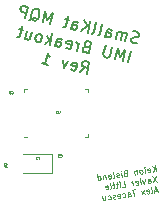
<source format=gbr>
G04 #@! TF.GenerationSoftware,KiCad,Pcbnew,5.0.1-33cea8e~67~ubuntu16.04.1*
G04 #@! TF.CreationDate,2018-10-18T10:52:16-04:00*
G04 #@! TF.ProjectId,IMU Breakout,494D5520427265616B6F75742E6B6963,rev?*
G04 #@! TF.SameCoordinates,Original*
G04 #@! TF.FileFunction,Legend,Bot*
G04 #@! TF.FilePolarity,Positive*
%FSLAX46Y46*%
G04 Gerber Fmt 4.6, Leading zero omitted, Abs format (unit mm)*
G04 Created by KiCad (PCBNEW 5.0.1-33cea8e~67~ubuntu16.04.1) date Thu 18 Oct 2018 10:52:16 AM EDT*
%MOMM*%
%LPD*%
G01*
G04 APERTURE LIST*
%ADD10C,0.125000*%
%ADD11C,0.200000*%
%ADD12C,0.120000*%
%ADD13C,0.025000*%
G04 APERTURE END LIST*
D10*
X18491327Y-14942304D02*
X18415697Y-14448057D01*
X18208900Y-14985521D02*
X18377503Y-14670682D01*
X18133270Y-14491275D02*
X18458914Y-14730484D01*
X17805194Y-15023211D02*
X17855867Y-15039543D01*
X17950009Y-15025137D01*
X17993479Y-14994399D01*
X18009811Y-14943726D01*
X17981000Y-14755442D01*
X17950261Y-14711972D01*
X17899589Y-14695639D01*
X17805447Y-14710045D01*
X17761977Y-14740784D01*
X17745644Y-14791456D01*
X17752847Y-14838527D01*
X17995406Y-14849584D01*
X17573440Y-15082761D02*
X17523020Y-14753263D01*
X17497810Y-14588514D02*
X17524947Y-14608448D01*
X17505012Y-14635585D01*
X17477875Y-14615651D01*
X17497810Y-14588514D01*
X17505012Y-14635585D01*
X17267478Y-15129579D02*
X17310947Y-15098841D01*
X17330881Y-15071704D01*
X17347214Y-15021031D01*
X17325605Y-14879818D01*
X17294867Y-14836348D01*
X17267730Y-14816414D01*
X17217057Y-14800081D01*
X17146451Y-14810886D01*
X17102981Y-14841624D01*
X17083047Y-14868761D01*
X17066714Y-14919434D01*
X17088323Y-15060647D01*
X17119061Y-15104117D01*
X17146198Y-15124051D01*
X17196871Y-15140384D01*
X17267478Y-15129579D01*
X16840488Y-14857705D02*
X16890909Y-15187203D01*
X16847691Y-14904776D02*
X16820554Y-14884842D01*
X16769882Y-14868509D01*
X16699275Y-14879313D01*
X16655805Y-14910052D01*
X16639472Y-14960724D01*
X16679088Y-15219616D01*
X15862799Y-15079572D02*
X15795793Y-15113912D01*
X15775859Y-15141049D01*
X15759527Y-15191722D01*
X15770331Y-15262328D01*
X15801069Y-15305798D01*
X15828206Y-15325732D01*
X15878879Y-15342065D01*
X16067164Y-15313253D01*
X15991533Y-14819006D01*
X15826784Y-14844216D01*
X15783315Y-14874955D01*
X15763380Y-14902092D01*
X15747048Y-14952764D01*
X15754251Y-14999836D01*
X15784989Y-15043305D01*
X15812126Y-15063239D01*
X15862799Y-15079572D01*
X16027548Y-15054362D01*
X15572917Y-15388884D02*
X15522496Y-15059386D01*
X15497286Y-14894637D02*
X15524423Y-14914571D01*
X15504489Y-14941708D01*
X15477352Y-14921774D01*
X15497286Y-14894637D01*
X15504489Y-14941708D01*
X15357495Y-15397761D02*
X15314025Y-15428500D01*
X15219883Y-15442905D01*
X15169211Y-15426573D01*
X15138472Y-15383103D01*
X15134871Y-15359567D01*
X15151203Y-15308895D01*
X15194673Y-15278156D01*
X15265280Y-15267352D01*
X15308749Y-15236614D01*
X15325082Y-15185941D01*
X15321481Y-15162405D01*
X15290742Y-15118936D01*
X15240070Y-15102603D01*
X15169463Y-15113407D01*
X15125993Y-15144146D01*
X14866850Y-15496927D02*
X14910319Y-15466189D01*
X14926652Y-15415516D01*
X14861826Y-14991876D01*
X14466745Y-15558152D02*
X14427129Y-15299260D01*
X14443462Y-15248588D01*
X14486931Y-15217849D01*
X14581074Y-15203444D01*
X14631746Y-15219776D01*
X14463143Y-15534616D02*
X14513816Y-15550949D01*
X14631494Y-15532942D01*
X14674964Y-15502203D01*
X14691296Y-15451531D01*
X14684093Y-15404459D01*
X14653355Y-15360990D01*
X14602682Y-15344657D01*
X14485004Y-15362664D01*
X14434332Y-15346332D01*
X14180969Y-15264668D02*
X14231389Y-15594166D01*
X14188172Y-15311739D02*
X14161035Y-15291805D01*
X14110362Y-15275473D01*
X14039756Y-15286277D01*
X13996286Y-15317015D01*
X13979953Y-15367688D01*
X14019569Y-15626579D01*
X13572393Y-15695007D02*
X13496763Y-15200760D01*
X13568792Y-15671471D02*
X13619464Y-15687804D01*
X13713607Y-15673398D01*
X13757076Y-15642660D01*
X13777011Y-15615523D01*
X13793343Y-15564850D01*
X13771735Y-15423637D01*
X13740996Y-15380167D01*
X13713859Y-15360233D01*
X13663186Y-15343900D01*
X13569044Y-15358306D01*
X13525574Y-15389044D01*
X18465675Y-15325594D02*
X18211808Y-15870261D01*
X18136177Y-15376014D02*
X18541306Y-15819841D01*
X17811703Y-15931486D02*
X17772087Y-15672595D01*
X17788420Y-15621922D01*
X17831890Y-15591184D01*
X17926032Y-15576778D01*
X17976704Y-15593111D01*
X17808102Y-15907950D02*
X17858774Y-15924283D01*
X17976452Y-15906276D01*
X18019922Y-15875537D01*
X18036254Y-15824865D01*
X18029052Y-15777794D01*
X17998313Y-15734324D01*
X17947640Y-15717991D01*
X17829963Y-15735999D01*
X17779290Y-15719666D01*
X17572998Y-15630800D02*
X17505741Y-15978305D01*
X17337643Y-15666814D01*
X17199778Y-16025124D02*
X17149358Y-15695626D01*
X17124148Y-15530877D02*
X17151285Y-15550811D01*
X17131351Y-15577948D01*
X17104214Y-15558014D01*
X17124148Y-15530877D01*
X17131351Y-15577948D01*
X16772537Y-16066414D02*
X16823209Y-16082747D01*
X16917351Y-16068341D01*
X16960821Y-16037603D01*
X16977154Y-15986930D01*
X16948342Y-15798645D01*
X16917604Y-15755176D01*
X16866931Y-15738843D01*
X16772789Y-15753249D01*
X16729319Y-15783987D01*
X16712987Y-15834660D01*
X16720189Y-15881731D01*
X16962748Y-15892788D01*
X16540782Y-16125964D02*
X16490362Y-15796466D01*
X16504768Y-15890609D02*
X16474029Y-15847139D01*
X16446892Y-15827205D01*
X16396220Y-15810872D01*
X16349149Y-15818075D01*
X15622895Y-16266421D02*
X15858251Y-16230406D01*
X15782620Y-15736159D01*
X15458146Y-16291631D02*
X15407726Y-15962133D01*
X15382516Y-15797384D02*
X15409653Y-15817318D01*
X15389719Y-15844455D01*
X15362582Y-15824521D01*
X15382516Y-15797384D01*
X15389719Y-15844455D01*
X15242977Y-15987343D02*
X15054692Y-16016155D01*
X15147160Y-15833398D02*
X15211986Y-16257039D01*
X15195653Y-16307711D01*
X15152184Y-16338450D01*
X15105113Y-16345653D01*
X14960550Y-16030560D02*
X14772266Y-16059372D01*
X14864733Y-15876616D02*
X14929559Y-16300256D01*
X14913227Y-16350929D01*
X14869757Y-16381667D01*
X14822686Y-16388870D01*
X14587330Y-16424884D02*
X14630800Y-16394146D01*
X14647133Y-16343473D01*
X14582306Y-15919833D01*
X14207160Y-16458972D02*
X14257832Y-16475305D01*
X14351974Y-16460899D01*
X14395444Y-16430160D01*
X14411777Y-16379488D01*
X14382965Y-16191203D01*
X14352227Y-16147734D01*
X14301554Y-16131401D01*
X14207412Y-16145807D01*
X14163942Y-16176545D01*
X14147610Y-16227218D01*
X14154812Y-16274289D01*
X14397371Y-16285346D01*
X18593211Y-16552563D02*
X18357855Y-16588578D01*
X18661891Y-16686574D02*
X18421512Y-16217537D01*
X18332393Y-16736994D01*
X18097037Y-16773009D02*
X18140507Y-16742270D01*
X18156840Y-16691598D01*
X18092014Y-16267957D01*
X17716867Y-16807096D02*
X17767539Y-16823429D01*
X17861682Y-16809023D01*
X17905151Y-16778285D01*
X17921484Y-16727612D01*
X17892672Y-16539328D01*
X17861934Y-16495858D01*
X17811261Y-16479525D01*
X17717119Y-16493931D01*
X17673649Y-16524669D01*
X17657317Y-16575342D01*
X17664520Y-16622413D01*
X17907078Y-16633470D01*
X17532184Y-16859443D02*
X17222872Y-16569561D01*
X17481763Y-16529945D02*
X17273292Y-16899059D01*
X16703415Y-16480443D02*
X16420988Y-16523660D01*
X16637832Y-16996298D02*
X16562202Y-16502051D01*
X16120049Y-17075530D02*
X16080434Y-16816639D01*
X16096766Y-16765966D01*
X16140236Y-16735228D01*
X16234378Y-16720822D01*
X16285051Y-16737155D01*
X16116448Y-17051995D02*
X16167121Y-17068327D01*
X16284798Y-17050320D01*
X16328268Y-17019582D01*
X16344601Y-16968909D01*
X16337398Y-16921838D01*
X16306659Y-16878368D01*
X16255987Y-16862036D01*
X16138309Y-16880043D01*
X16087636Y-16863710D01*
X15669272Y-17120422D02*
X15719945Y-17136755D01*
X15814087Y-17122349D01*
X15857557Y-17091611D01*
X15877491Y-17064474D01*
X15893824Y-17013801D01*
X15872215Y-16872588D01*
X15841476Y-16829118D01*
X15814339Y-16809184D01*
X15763667Y-16792851D01*
X15669525Y-16807257D01*
X15626055Y-16837995D01*
X15269168Y-17181647D02*
X15319840Y-17197979D01*
X15413982Y-17183574D01*
X15457452Y-17152835D01*
X15473785Y-17102163D01*
X15444973Y-16913878D01*
X15414235Y-16870408D01*
X15363562Y-16854076D01*
X15269420Y-16868482D01*
X15225950Y-16899220D01*
X15209618Y-16949893D01*
X15216820Y-16996964D01*
X15459379Y-17008020D01*
X15057347Y-17214060D02*
X15013878Y-17244798D01*
X14919735Y-17259204D01*
X14869063Y-17242871D01*
X14838324Y-17199402D01*
X14834723Y-17175866D01*
X14851056Y-17125194D01*
X14894525Y-17094455D01*
X14965132Y-17083651D01*
X15008602Y-17052912D01*
X15024934Y-17002240D01*
X15021333Y-16978704D01*
X14990595Y-16935234D01*
X14939922Y-16918902D01*
X14869315Y-16929706D01*
X14825846Y-16960445D01*
X14421887Y-17311299D02*
X14472560Y-17327632D01*
X14566702Y-17313226D01*
X14610172Y-17282487D01*
X14630106Y-17255350D01*
X14646438Y-17204678D01*
X14624830Y-17063464D01*
X14594091Y-17019995D01*
X14566954Y-17000061D01*
X14516282Y-16983728D01*
X14422139Y-16998134D01*
X14378670Y-17028872D01*
X13951428Y-17070163D02*
X14001848Y-17399661D01*
X14163248Y-17037750D02*
X14202864Y-17296641D01*
X14186531Y-17347313D01*
X14143062Y-17378052D01*
X14072455Y-17388856D01*
X14021782Y-17372524D01*
X13994645Y-17352589D01*
D11*
X16883496Y-4100741D02*
X16733639Y-4115526D01*
X16501461Y-4062777D01*
X16419140Y-3995241D01*
X16383254Y-3938256D01*
X16357918Y-3834834D01*
X16379018Y-3741963D01*
X16446553Y-3659642D01*
X16503539Y-3623756D01*
X16606960Y-3598420D01*
X16803253Y-3594184D01*
X16906674Y-3568848D01*
X16963660Y-3532962D01*
X17031195Y-3450641D01*
X17052295Y-3357770D01*
X17026959Y-3254348D01*
X16991074Y-3197363D01*
X16908752Y-3129827D01*
X16676574Y-3077077D01*
X16526717Y-3091863D01*
X15897797Y-3925628D02*
X16045496Y-3275528D01*
X16024396Y-3368399D02*
X15988511Y-3311414D01*
X15906189Y-3243878D01*
X15766882Y-3212229D01*
X15663461Y-3237564D01*
X15595925Y-3319886D01*
X15479876Y-3830678D01*
X15595925Y-3319886D02*
X15570589Y-3216465D01*
X15488268Y-3148929D01*
X15348961Y-3117279D01*
X15245540Y-3142615D01*
X15178004Y-3224936D01*
X15061955Y-3735729D01*
X14179677Y-3535280D02*
X14295726Y-3024488D01*
X14363262Y-2942166D01*
X14466683Y-2916831D01*
X14652426Y-2959030D01*
X14734747Y-3026566D01*
X14190227Y-3488845D02*
X14272548Y-3556380D01*
X14504727Y-3609130D01*
X14608148Y-3583794D01*
X14675683Y-3501473D01*
X14696783Y-3408601D01*
X14671447Y-3305180D01*
X14589126Y-3237644D01*
X14356948Y-3184895D01*
X14274626Y-3117359D01*
X13576013Y-3398131D02*
X13679434Y-3372795D01*
X13746970Y-3290474D01*
X13936868Y-2454632D01*
X13065220Y-3282082D02*
X13168642Y-3256746D01*
X13236177Y-3174425D01*
X13426076Y-2338582D01*
X12693735Y-3197683D02*
X12915283Y-2222533D01*
X12136507Y-3071083D02*
X12681027Y-2608805D01*
X12358055Y-2095934D02*
X12788684Y-2779761D01*
X11300664Y-2881185D02*
X11416714Y-2370392D01*
X11484249Y-2288071D01*
X11587670Y-2262735D01*
X11773413Y-2304935D01*
X11855735Y-2372470D01*
X11311214Y-2834749D02*
X11393536Y-2902285D01*
X11625714Y-2955034D01*
X11729136Y-2929698D01*
X11796671Y-2847377D01*
X11817771Y-2754506D01*
X11792435Y-2651084D01*
X11710114Y-2583549D01*
X11477935Y-2530799D01*
X11395614Y-2463264D01*
X11123314Y-2157236D02*
X10751828Y-2072836D01*
X11057856Y-1800536D02*
X10867957Y-2636378D01*
X10800422Y-2718700D01*
X10697001Y-2744036D01*
X10604129Y-2722936D01*
X9536108Y-2480287D02*
X9757657Y-1505138D01*
X9274358Y-2127824D01*
X9107557Y-1357439D01*
X8886009Y-2332588D01*
X7750453Y-2172262D02*
X7853874Y-2146926D01*
X7967845Y-2075154D01*
X8138802Y-1967497D01*
X8242223Y-1942161D01*
X8335095Y-1963261D01*
X8235909Y-2184890D02*
X8339331Y-2159554D01*
X8453302Y-2087782D01*
X8541937Y-1912589D01*
X8615787Y-1587540D01*
X8611551Y-1391247D01*
X8539779Y-1277276D01*
X8457458Y-1209740D01*
X8271715Y-1167540D01*
X8168294Y-1192876D01*
X8054323Y-1264648D01*
X7965687Y-1439841D01*
X7891838Y-1764890D01*
X7896074Y-1961183D01*
X7967845Y-2075154D01*
X8050167Y-2142690D01*
X8235909Y-2184890D01*
X7400067Y-1994991D02*
X7621616Y-1019841D01*
X7250130Y-935442D01*
X7146709Y-960778D01*
X7089723Y-996664D01*
X7022188Y-1078985D01*
X6990538Y-1218292D01*
X7015874Y-1321713D01*
X7051759Y-1378699D01*
X7134081Y-1446235D01*
X7505566Y-1530634D01*
X16124829Y-5720531D02*
X16346377Y-4745381D01*
X15660472Y-5615031D02*
X15882021Y-4639882D01*
X15398722Y-5262568D01*
X15231921Y-4492183D01*
X15010373Y-5467332D01*
X14767564Y-4386684D02*
X14588215Y-5176090D01*
X14520680Y-5258412D01*
X14463694Y-5294298D01*
X14360273Y-5319633D01*
X14174530Y-5277434D01*
X14092209Y-5209898D01*
X14056323Y-5152913D01*
X14030987Y-5049491D01*
X14210336Y-4260085D01*
X12572459Y-4376294D02*
X12422602Y-4391080D01*
X12365617Y-4426966D01*
X12298081Y-4509287D01*
X12266431Y-4648594D01*
X12291767Y-4752015D01*
X12327653Y-4809001D01*
X12409974Y-4876536D01*
X12781460Y-4960936D01*
X13003008Y-3985787D01*
X12677958Y-3911937D01*
X12574537Y-3937273D01*
X12517552Y-3973159D01*
X12450016Y-4055480D01*
X12428916Y-4148351D01*
X12454252Y-4251773D01*
X12490138Y-4308758D01*
X12572459Y-4376294D01*
X12897509Y-4450143D01*
X11806310Y-4739387D02*
X11954009Y-4089288D01*
X11911810Y-4275031D02*
X11886474Y-4171609D01*
X11850588Y-4114624D01*
X11768267Y-4047088D01*
X11675395Y-4025988D01*
X10841711Y-4471403D02*
X10924032Y-4538939D01*
X11109775Y-4581138D01*
X11213196Y-4555803D01*
X11280732Y-4473481D01*
X11365131Y-4101996D01*
X11339796Y-3998574D01*
X11257474Y-3931039D01*
X11071731Y-3888839D01*
X10968310Y-3914175D01*
X10900775Y-3996496D01*
X10879675Y-4089368D01*
X11322932Y-4287738D01*
X9948883Y-4317390D02*
X10064932Y-3806598D01*
X10132468Y-3724276D01*
X10235889Y-3698940D01*
X10421632Y-3741140D01*
X10503953Y-3808676D01*
X9959433Y-4270955D02*
X10041754Y-4338490D01*
X10273933Y-4391240D01*
X10377354Y-4365904D01*
X10444890Y-4283583D01*
X10465990Y-4190711D01*
X10440654Y-4087290D01*
X10358332Y-4019754D01*
X10126154Y-3967005D01*
X10043832Y-3899469D01*
X9484526Y-4211891D02*
X9706075Y-3236742D01*
X9476054Y-3819306D02*
X9113041Y-4127492D01*
X9260740Y-3477392D02*
X9547826Y-3933277D01*
X8555813Y-4000892D02*
X8659234Y-3975557D01*
X8716219Y-3939671D01*
X8783755Y-3857349D01*
X8847055Y-3578735D01*
X8821719Y-3475314D01*
X8785833Y-3418328D01*
X8703512Y-3350793D01*
X8564205Y-3319143D01*
X8460783Y-3344479D01*
X8403798Y-3380365D01*
X8336262Y-3462686D01*
X8272963Y-3741300D01*
X8298298Y-3844721D01*
X8334184Y-3901707D01*
X8416506Y-3969243D01*
X8555813Y-4000892D01*
X7542619Y-3087045D02*
X7394920Y-3737144D01*
X7960541Y-3181994D02*
X7844491Y-3692787D01*
X7776956Y-3775108D01*
X7673535Y-3800444D01*
X7534228Y-3768794D01*
X7451906Y-3701258D01*
X7416020Y-3644273D01*
X7217570Y-3013195D02*
X6846084Y-2928796D01*
X7152112Y-2656496D02*
X6962213Y-3492338D01*
X6894678Y-3574659D01*
X6791257Y-3599995D01*
X6698385Y-3578895D01*
X12056560Y-6539565D02*
X12487109Y-6149058D01*
X12613788Y-6666165D02*
X12835337Y-5691015D01*
X12463851Y-5606616D01*
X12360430Y-5631952D01*
X12303444Y-5667837D01*
X12235909Y-5750159D01*
X12204259Y-5889466D01*
X12229595Y-5992887D01*
X12265481Y-6049873D01*
X12347802Y-6117408D01*
X12719288Y-6201808D01*
X11277703Y-6313781D02*
X11360025Y-6381317D01*
X11545768Y-6423516D01*
X11649189Y-6398180D01*
X11716724Y-6315859D01*
X11801124Y-5944374D01*
X11775788Y-5840952D01*
X11693467Y-5773417D01*
X11507724Y-5731217D01*
X11404303Y-5756553D01*
X11336767Y-5838874D01*
X11315667Y-5931746D01*
X11758924Y-6130116D01*
X11043367Y-5625718D02*
X10663490Y-6223068D01*
X10579010Y-5520218D01*
X8806062Y-5801070D02*
X9363291Y-5927670D01*
X9084676Y-5864370D02*
X9306225Y-4889221D01*
X9367446Y-5049628D01*
X9439218Y-5163599D01*
X9521539Y-5231134D01*
D12*
G04 #@! TO.C,U2*
X12710000Y-12010000D02*
X12710000Y-11750000D01*
X12710000Y-12010000D02*
X12450000Y-12010000D01*
X12710000Y-7990000D02*
X12710000Y-8250000D01*
X12710000Y-7990000D02*
X12450000Y-7990000D01*
X7290000Y-12010000D02*
X7550000Y-12010000D01*
X7290000Y-7990000D02*
X7290000Y-8250000D01*
X7290000Y-7990000D02*
X7550000Y-7990000D01*
G04 #@! TO.C,Y2*
X7244000Y-13466000D02*
X9644000Y-13466000D01*
X9644000Y-13466000D02*
X9644000Y-15066000D01*
X9644000Y-15066000D02*
X7244000Y-15066000D01*
G04 #@! TO.C,C3*
D13*
X10393333Y-13691428D02*
X10402857Y-13700952D01*
X10431428Y-13710476D01*
X10450476Y-13710476D01*
X10479047Y-13700952D01*
X10498095Y-13681904D01*
X10507619Y-13662857D01*
X10517142Y-13624761D01*
X10517142Y-13596190D01*
X10507619Y-13558095D01*
X10498095Y-13539047D01*
X10479047Y-13520000D01*
X10450476Y-13510476D01*
X10431428Y-13510476D01*
X10402857Y-13520000D01*
X10393333Y-13529523D01*
X10326666Y-13510476D02*
X10202857Y-13510476D01*
X10269523Y-13586666D01*
X10240952Y-13586666D01*
X10221904Y-13596190D01*
X10212380Y-13605714D01*
X10202857Y-13624761D01*
X10202857Y-13672380D01*
X10212380Y-13691428D01*
X10221904Y-13700952D01*
X10240952Y-13710476D01*
X10298095Y-13710476D01*
X10317142Y-13700952D01*
X10326666Y-13691428D01*
G04 #@! TO.C,C4*
X5805428Y-14366666D02*
X5814952Y-14357142D01*
X5824476Y-14328571D01*
X5824476Y-14309523D01*
X5814952Y-14280952D01*
X5795904Y-14261904D01*
X5776857Y-14252380D01*
X5738761Y-14242857D01*
X5710190Y-14242857D01*
X5672095Y-14252380D01*
X5653047Y-14261904D01*
X5634000Y-14280952D01*
X5624476Y-14309523D01*
X5624476Y-14328571D01*
X5634000Y-14357142D01*
X5643523Y-14366666D01*
X5691142Y-14538095D02*
X5824476Y-14538095D01*
X5614952Y-14490476D02*
X5757809Y-14442857D01*
X5757809Y-14566666D01*
G04 #@! TO.C,C5*
X6233333Y-8341428D02*
X6242857Y-8350952D01*
X6271428Y-8360476D01*
X6290476Y-8360476D01*
X6319047Y-8350952D01*
X6338095Y-8331904D01*
X6347619Y-8312857D01*
X6357142Y-8274761D01*
X6357142Y-8246190D01*
X6347619Y-8208095D01*
X6338095Y-8189047D01*
X6319047Y-8170000D01*
X6290476Y-8160476D01*
X6271428Y-8160476D01*
X6242857Y-8170000D01*
X6233333Y-8179523D01*
X6052380Y-8160476D02*
X6147619Y-8160476D01*
X6157142Y-8255714D01*
X6147619Y-8246190D01*
X6128571Y-8236666D01*
X6080952Y-8236666D01*
X6061904Y-8246190D01*
X6052380Y-8255714D01*
X6042857Y-8274761D01*
X6042857Y-8322380D01*
X6052380Y-8341428D01*
X6061904Y-8350952D01*
X6080952Y-8360476D01*
X6128571Y-8360476D01*
X6147619Y-8350952D01*
X6157142Y-8341428D01*
G04 #@! TO.C,U2*
X10312380Y-9796476D02*
X10312380Y-9958380D01*
X10302857Y-9977428D01*
X10293333Y-9986952D01*
X10274285Y-9996476D01*
X10236190Y-9996476D01*
X10217142Y-9986952D01*
X10207619Y-9977428D01*
X10198095Y-9958380D01*
X10198095Y-9796476D01*
X10112380Y-9815523D02*
X10102857Y-9806000D01*
X10083809Y-9796476D01*
X10036190Y-9796476D01*
X10017142Y-9806000D01*
X10007619Y-9815523D01*
X9998095Y-9834571D01*
X9998095Y-9853619D01*
X10007619Y-9882190D01*
X10121904Y-9996476D01*
X9998095Y-9996476D01*
G04 #@! TO.C,Y2*
X8539238Y-13845238D02*
X8539238Y-13940476D01*
X8605904Y-13740476D02*
X8539238Y-13845238D01*
X8472571Y-13740476D01*
X8415428Y-13759523D02*
X8405904Y-13750000D01*
X8386857Y-13740476D01*
X8339238Y-13740476D01*
X8320190Y-13750000D01*
X8310666Y-13759523D01*
X8301142Y-13778571D01*
X8301142Y-13797619D01*
X8310666Y-13826190D01*
X8424952Y-13940476D01*
X8301142Y-13940476D01*
G04 #@! TD*
M02*

</source>
